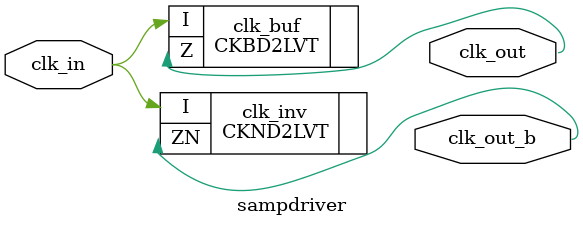
<source format=v>

module sampdriver (
    input  wire clk_in,           // Input clock signal
    output wire clk_out,          // Buffered output clock
    output wire clk_out_b         // Inverted output clock
    
    // Power supply signals
`ifdef USE_POWER_PINS
    ,inout wire vdd_d, vss_d      // Digital supply
`endif
);

    // Clock buffer for main signal path (strength 2 for better drive)
    CKBD2LVT clk_buf (
        .I(clk_in),               // Input clock
        .Z(clk_out)               // Buffered clock output
`ifdef USE_POWER_PINS
        ,.VDD(vdd_d),             // Power supply
        .VSS(vss_d)               // Ground supply
`endif
    );
    
    // Clock inverter for complementary signal path (strength 2, matched to buffer)
    CKND2LVT clk_inv (
        .I(clk_in),               // Input clock
        .ZN(clk_out_b)            // Inverted clock output
`ifdef USE_POWER_PINS
        ,.VDD(vdd_d),             // Power supply
        .VSS(vss_d)               // Ground supply
`endif
    );

endmodule

</source>
